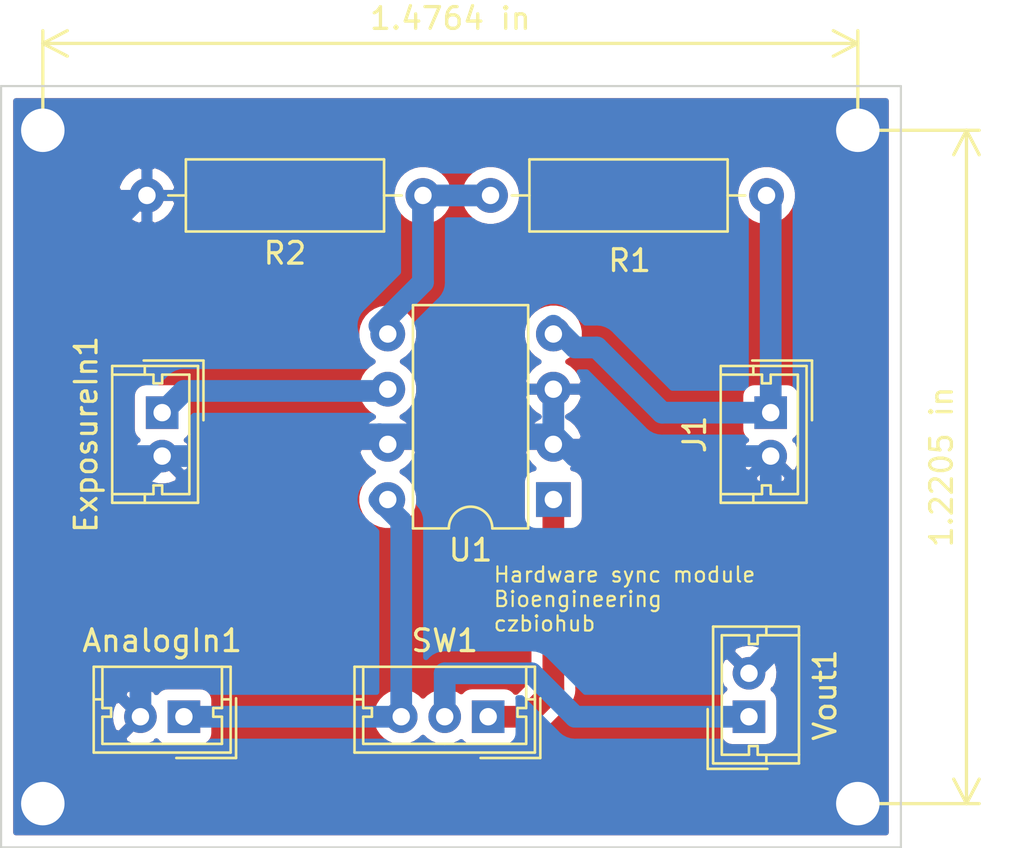
<source format=kicad_pcb>
(kicad_pcb (version 20171130) (host pcbnew "(5.1.5-0)")

  (general
    (thickness 1.6)
    (drawings 7)
    (tracks 47)
    (zones 0)
    (modules 8)
    (nets 8)
  )

  (page A4)
  (layers
    (0 F.Cu signal)
    (31 B.Cu signal)
    (32 B.Adhes user)
    (33 F.Adhes user)
    (34 B.Paste user)
    (35 F.Paste user)
    (36 B.SilkS user)
    (37 F.SilkS user)
    (38 B.Mask user)
    (39 F.Mask user)
    (40 Dwgs.User user)
    (41 Cmts.User user)
    (42 Eco1.User user)
    (43 Eco2.User user)
    (44 Edge.Cuts user)
    (45 Margin user)
    (46 B.CrtYd user)
    (47 F.CrtYd user)
    (48 B.Fab user)
    (49 F.Fab user)
  )

  (setup
    (last_trace_width 1)
    (trace_clearance 0.2)
    (zone_clearance 0.508)
    (zone_45_only no)
    (trace_min 0.2)
    (via_size 0.6)
    (via_drill 0.4)
    (via_min_size 0.4)
    (via_min_drill 0.3)
    (user_via 2.2 2)
    (uvia_size 0.3)
    (uvia_drill 0.1)
    (uvias_allowed no)
    (uvia_min_size 0.2)
    (uvia_min_drill 0.1)
    (edge_width 0.1)
    (segment_width 0.2)
    (pcb_text_width 0.3)
    (pcb_text_size 1.5 1.5)
    (mod_edge_width 0.15)
    (mod_text_size 1 1)
    (mod_text_width 0.15)
    (pad_size 1.5 1.5)
    (pad_drill 0.6)
    (pad_to_mask_clearance 0)
    (aux_axis_origin 0 0)
    (visible_elements 7FFFFFFF)
    (pcbplotparams
      (layerselection 0x00030_ffffffff)
      (usegerberextensions false)
      (usegerberattributes false)
      (usegerberadvancedattributes false)
      (creategerberjobfile false)
      (excludeedgelayer true)
      (linewidth 0.100000)
      (plotframeref false)
      (viasonmask false)
      (mode 1)
      (useauxorigin false)
      (hpglpennumber 1)
      (hpglpenspeed 20)
      (hpglpendiameter 15.000000)
      (psnegative false)
      (psa4output false)
      (plotreference true)
      (plotvalue true)
      (plotinvisibletext false)
      (padsonsilk false)
      (subtractmaskfromsilk false)
      (outputformat 4)
      (mirror false)
      (drillshape 0)
      (scaleselection 1)
      (outputdirectory ""))
  )

  (net 0 "")
  (net 1 GND)
  (net 2 +12V)
  (net 3 /AIN)
  (net 4 /EXP_IN)
  (net 5 "Net-(R1-Pad1)")
  (net 6 /SWOUT)
  (net 7 /VOUT)

  (net_class Default "This is the default net class."
    (clearance 0.2)
    (trace_width 1)
    (via_dia 0.6)
    (via_drill 0.4)
    (uvia_dia 0.3)
    (uvia_drill 0.1)
    (add_net +12V)
    (add_net /AIN)
    (add_net /EXP_IN)
    (add_net /SWOUT)
    (add_net /VOUT)
    (add_net GND)
    (add_net "Net-(R1-Pad1)")
  )

  (module Connectors_Molex:Molex_MicroLatch-53253-0270_02x2.00mm_Straight (layer F.Cu) (tedit 58A28589) (tstamp 5C5C5EED)
    (at 140.492 122 180)
    (descr "Molex Micro-Latch connector, PN:53253-0270, top entry type, through hole")
    (tags "conn molex micro latch")
    (path /5C194967)
    (fp_text reference AnalogIn1 (at 1 3.5 180) (layer F.SilkS)
      (effects (font (size 1 1) (thickness 0.15)))
    )
    (fp_text value Conn_Coaxial (at -0.508 -3 180) (layer F.Fab)
      (effects (font (size 1 1) (thickness 0.15)))
    )
    (fp_line (start -2 -1.5) (end -2 2.15) (layer F.Fab) (width 0.1))
    (fp_line (start -2 2.15) (end 4 2.15) (layer F.Fab) (width 0.1))
    (fp_line (start 4 2.15) (end 4 -1.5) (layer F.Fab) (width 0.1))
    (fp_line (start 4 -1.5) (end -2 -1.5) (layer F.Fab) (width 0.1))
    (fp_line (start -2.6 -2.1) (end -2.6 2.75) (layer F.CrtYd) (width 0.05))
    (fp_line (start -2.6 2.75) (end 4.65 2.75) (layer F.CrtYd) (width 0.05))
    (fp_line (start 4.65 2.75) (end 4.65 -2.1) (layer F.CrtYd) (width 0.05))
    (fp_line (start 4.65 -2.1) (end -2.6 -2.1) (layer F.CrtYd) (width 0.05))
    (fp_line (start -2.15 -1.65) (end -2.15 2.3) (layer F.SilkS) (width 0.12))
    (fp_line (start -2.15 2.3) (end 4.15 2.3) (layer F.SilkS) (width 0.12))
    (fp_line (start 4.15 2.3) (end 4.15 -1.65) (layer F.SilkS) (width 0.12))
    (fp_line (start 4.15 -1.65) (end -2.15 -1.65) (layer F.SilkS) (width 0.12))
    (fp_line (start 0.35 -1.9) (end -2.4 -1.9) (layer F.SilkS) (width 0.12))
    (fp_line (start -2.4 -1.9) (end -2.4 0.85) (layer F.SilkS) (width 0.12))
    (fp_line (start 0.35 -1.9) (end -2.4 -1.9) (layer F.Fab) (width 0.1))
    (fp_line (start -2.4 -1.9) (end -2.4 0.85) (layer F.Fab) (width 0.1))
    (fp_line (start -2.15 0.8) (end -1.75 0.8) (layer F.SilkS) (width 0.12))
    (fp_line (start 4.15 0.8) (end 3.75 0.8) (layer F.SilkS) (width 0.12))
    (fp_line (start 1 -1.25) (end -1.75 -1.25) (layer F.SilkS) (width 0.12))
    (fp_line (start -1.75 -1.25) (end -1.75 0) (layer F.SilkS) (width 0.12))
    (fp_line (start -1.75 0) (end -1.35 0) (layer F.SilkS) (width 0.12))
    (fp_line (start -1.35 0) (end -1.35 0.4) (layer F.SilkS) (width 0.12))
    (fp_line (start -1.35 0.4) (end -1.75 0.4) (layer F.SilkS) (width 0.12))
    (fp_line (start -1.75 0.4) (end -1.75 2.3) (layer F.SilkS) (width 0.12))
    (fp_line (start 1 -1.25) (end 3.75 -1.25) (layer F.SilkS) (width 0.12))
    (fp_line (start 3.75 -1.25) (end 3.75 0) (layer F.SilkS) (width 0.12))
    (fp_line (start 3.75 0) (end 3.35 0) (layer F.SilkS) (width 0.12))
    (fp_line (start 3.35 0) (end 3.35 0.4) (layer F.SilkS) (width 0.12))
    (fp_line (start 3.35 0.4) (end 3.75 0.4) (layer F.SilkS) (width 0.12))
    (fp_line (start 3.75 0.4) (end 3.75 2.3) (layer F.SilkS) (width 0.12))
    (fp_text user %R (at 1 1.5 180) (layer F.Fab)
      (effects (font (size 1 1) (thickness 0.15)))
    )
    (pad 1 thru_hole rect (at 0 0 180) (size 1.5 1.5) (drill 0.8) (layers *.Cu *.Mask)
      (net 3 /AIN))
    (pad 2 thru_hole circle (at 2 0 180) (size 1.5 1.5) (drill 0.8) (layers *.Cu *.Mask)
      (net 1 GND))
    (model ${KISYS3DMOD}/Connectors_Molex.3dshapes/Molex_MicroLatch-53253-0270_02x2.00mm_Straight.wrl
      (at (xyz 0 0 0))
      (scale (xyz 1 1 1))
      (rotate (xyz 0 0 0))
    )
  )

  (module Connectors_Molex:Molex_MicroLatch-53253-0270_02x2.00mm_Straight (layer F.Cu) (tedit 58A28589) (tstamp 5C5C5F12)
    (at 139.492 108 270)
    (descr "Molex Micro-Latch connector, PN:53253-0270, top entry type, through hole")
    (tags "conn molex micro latch")
    (path /5C194811)
    (fp_text reference ExposureIn1 (at 1 3.5 270) (layer F.SilkS)
      (effects (font (size 1 1) (thickness 0.15)))
    )
    (fp_text value Conn_Coaxial (at 1 -3 270) (layer F.Fab)
      (effects (font (size 1 1) (thickness 0.15)))
    )
    (fp_line (start -2 -1.5) (end -2 2.15) (layer F.Fab) (width 0.1))
    (fp_line (start -2 2.15) (end 4 2.15) (layer F.Fab) (width 0.1))
    (fp_line (start 4 2.15) (end 4 -1.5) (layer F.Fab) (width 0.1))
    (fp_line (start 4 -1.5) (end -2 -1.5) (layer F.Fab) (width 0.1))
    (fp_line (start -2.6 -2.1) (end -2.6 2.75) (layer F.CrtYd) (width 0.05))
    (fp_line (start -2.6 2.75) (end 4.65 2.75) (layer F.CrtYd) (width 0.05))
    (fp_line (start 4.65 2.75) (end 4.65 -2.1) (layer F.CrtYd) (width 0.05))
    (fp_line (start 4.65 -2.1) (end -2.6 -2.1) (layer F.CrtYd) (width 0.05))
    (fp_line (start -2.15 -1.65) (end -2.15 2.3) (layer F.SilkS) (width 0.12))
    (fp_line (start -2.15 2.3) (end 4.15 2.3) (layer F.SilkS) (width 0.12))
    (fp_line (start 4.15 2.3) (end 4.15 -1.65) (layer F.SilkS) (width 0.12))
    (fp_line (start 4.15 -1.65) (end -2.15 -1.65) (layer F.SilkS) (width 0.12))
    (fp_line (start 0.35 -1.9) (end -2.4 -1.9) (layer F.SilkS) (width 0.12))
    (fp_line (start -2.4 -1.9) (end -2.4 0.85) (layer F.SilkS) (width 0.12))
    (fp_line (start 0.35 -1.9) (end -2.4 -1.9) (layer F.Fab) (width 0.1))
    (fp_line (start -2.4 -1.9) (end -2.4 0.85) (layer F.Fab) (width 0.1))
    (fp_line (start -2.15 0.8) (end -1.75 0.8) (layer F.SilkS) (width 0.12))
    (fp_line (start 4.15 0.8) (end 3.75 0.8) (layer F.SilkS) (width 0.12))
    (fp_line (start 1 -1.25) (end -1.75 -1.25) (layer F.SilkS) (width 0.12))
    (fp_line (start -1.75 -1.25) (end -1.75 0) (layer F.SilkS) (width 0.12))
    (fp_line (start -1.75 0) (end -1.35 0) (layer F.SilkS) (width 0.12))
    (fp_line (start -1.35 0) (end -1.35 0.4) (layer F.SilkS) (width 0.12))
    (fp_line (start -1.35 0.4) (end -1.75 0.4) (layer F.SilkS) (width 0.12))
    (fp_line (start -1.75 0.4) (end -1.75 2.3) (layer F.SilkS) (width 0.12))
    (fp_line (start 1 -1.25) (end 3.75 -1.25) (layer F.SilkS) (width 0.12))
    (fp_line (start 3.75 -1.25) (end 3.75 0) (layer F.SilkS) (width 0.12))
    (fp_line (start 3.75 0) (end 3.35 0) (layer F.SilkS) (width 0.12))
    (fp_line (start 3.35 0) (end 3.35 0.4) (layer F.SilkS) (width 0.12))
    (fp_line (start 3.35 0.4) (end 3.75 0.4) (layer F.SilkS) (width 0.12))
    (fp_line (start 3.75 0.4) (end 3.75 2.3) (layer F.SilkS) (width 0.12))
    (fp_text user %R (at 1 1.5 270) (layer F.Fab)
      (effects (font (size 1 1) (thickness 0.15)))
    )
    (pad 1 thru_hole rect (at 0 0 270) (size 1.5 1.5) (drill 0.8) (layers *.Cu *.Mask)
      (net 4 /EXP_IN))
    (pad 2 thru_hole circle (at 2 0 270) (size 1.5 1.5) (drill 0.8) (layers *.Cu *.Mask)
      (net 1 GND))
    (model ${KISYS3DMOD}/Connectors_Molex.3dshapes/Molex_MicroLatch-53253-0270_02x2.00mm_Straight.wrl
      (at (xyz 0 0 0))
      (scale (xyz 1 1 1))
      (rotate (xyz 0 0 0))
    )
  )

  (module Connectors_Molex:Molex_MicroLatch-53253-0270_02x2.00mm_Straight (layer F.Cu) (tedit 58A28589) (tstamp 5C5C5F37)
    (at 167.492 108 270)
    (descr "Molex Micro-Latch connector, PN:53253-0270, top entry type, through hole")
    (tags "conn molex micro latch")
    (path /5C48C23C)
    (fp_text reference J1 (at 1 3.5 270) (layer F.SilkS)
      (effects (font (size 1 1) (thickness 0.15)))
    )
    (fp_text value Conn_01x02 (at 1 -3 270) (layer F.Fab)
      (effects (font (size 1 1) (thickness 0.15)))
    )
    (fp_line (start -2 -1.5) (end -2 2.15) (layer F.Fab) (width 0.1))
    (fp_line (start -2 2.15) (end 4 2.15) (layer F.Fab) (width 0.1))
    (fp_line (start 4 2.15) (end 4 -1.5) (layer F.Fab) (width 0.1))
    (fp_line (start 4 -1.5) (end -2 -1.5) (layer F.Fab) (width 0.1))
    (fp_line (start -2.6 -2.1) (end -2.6 2.75) (layer F.CrtYd) (width 0.05))
    (fp_line (start -2.6 2.75) (end 4.65 2.75) (layer F.CrtYd) (width 0.05))
    (fp_line (start 4.65 2.75) (end 4.65 -2.1) (layer F.CrtYd) (width 0.05))
    (fp_line (start 4.65 -2.1) (end -2.6 -2.1) (layer F.CrtYd) (width 0.05))
    (fp_line (start -2.15 -1.65) (end -2.15 2.3) (layer F.SilkS) (width 0.12))
    (fp_line (start -2.15 2.3) (end 4.15 2.3) (layer F.SilkS) (width 0.12))
    (fp_line (start 4.15 2.3) (end 4.15 -1.65) (layer F.SilkS) (width 0.12))
    (fp_line (start 4.15 -1.65) (end -2.15 -1.65) (layer F.SilkS) (width 0.12))
    (fp_line (start 0.35 -1.9) (end -2.4 -1.9) (layer F.SilkS) (width 0.12))
    (fp_line (start -2.4 -1.9) (end -2.4 0.85) (layer F.SilkS) (width 0.12))
    (fp_line (start 0.35 -1.9) (end -2.4 -1.9) (layer F.Fab) (width 0.1))
    (fp_line (start -2.4 -1.9) (end -2.4 0.85) (layer F.Fab) (width 0.1))
    (fp_line (start -2.15 0.8) (end -1.75 0.8) (layer F.SilkS) (width 0.12))
    (fp_line (start 4.15 0.8) (end 3.75 0.8) (layer F.SilkS) (width 0.12))
    (fp_line (start 1 -1.25) (end -1.75 -1.25) (layer F.SilkS) (width 0.12))
    (fp_line (start -1.75 -1.25) (end -1.75 0) (layer F.SilkS) (width 0.12))
    (fp_line (start -1.75 0) (end -1.35 0) (layer F.SilkS) (width 0.12))
    (fp_line (start -1.35 0) (end -1.35 0.4) (layer F.SilkS) (width 0.12))
    (fp_line (start -1.35 0.4) (end -1.75 0.4) (layer F.SilkS) (width 0.12))
    (fp_line (start -1.75 0.4) (end -1.75 2.3) (layer F.SilkS) (width 0.12))
    (fp_line (start 1 -1.25) (end 3.75 -1.25) (layer F.SilkS) (width 0.12))
    (fp_line (start 3.75 -1.25) (end 3.75 0) (layer F.SilkS) (width 0.12))
    (fp_line (start 3.75 0) (end 3.35 0) (layer F.SilkS) (width 0.12))
    (fp_line (start 3.35 0) (end 3.35 0.4) (layer F.SilkS) (width 0.12))
    (fp_line (start 3.35 0.4) (end 3.75 0.4) (layer F.SilkS) (width 0.12))
    (fp_line (start 3.75 0.4) (end 3.75 2.3) (layer F.SilkS) (width 0.12))
    (fp_text user %R (at 1 1.5 270) (layer F.Fab)
      (effects (font (size 1 1) (thickness 0.15)))
    )
    (pad 1 thru_hole rect (at 0 0 270) (size 1.5 1.5) (drill 0.8) (layers *.Cu *.Mask)
      (net 2 +12V))
    (pad 2 thru_hole circle (at 2 0 270) (size 1.5 1.5) (drill 0.8) (layers *.Cu *.Mask)
      (net 1 GND))
    (model ${KISYS3DMOD}/Connectors_Molex.3dshapes/Molex_MicroLatch-53253-0270_02x2.00mm_Straight.wrl
      (at (xyz 0 0 0))
      (scale (xyz 1 1 1))
      (rotate (xyz 0 0 0))
    )
  )

  (module Resistors_THT:R_Axial_DIN0309_L9.0mm_D3.2mm_P12.70mm_Horizontal (layer F.Cu) (tedit 5874F706) (tstamp 5F571958)
    (at 154.6 98)
    (descr "Resistor, Axial_DIN0309 series, Axial, Horizontal, pin pitch=12.7mm, 0.5W = 1/2W, length*diameter=9*3.2mm^2, http://cdn-reichelt.de/documents/datenblatt/B400/1_4W%23YAG.pdf")
    (tags "Resistor Axial_DIN0309 series Axial Horizontal pin pitch 12.7mm 0.5W = 1/2W length 9mm diameter 3.2mm")
    (path /5C194E83)
    (fp_text reference R1 (at 6.4 3 180) (layer F.SilkS)
      (effects (font (size 1 1) (thickness 0.15)))
    )
    (fp_text value 2.8k (at 6.5 -2.8 180) (layer F.Fab)
      (effects (font (size 1 1) (thickness 0.15)))
    )
    (fp_line (start 1.85 -1.6) (end 1.85 1.6) (layer F.Fab) (width 0.1))
    (fp_line (start 1.85 1.6) (end 10.85 1.6) (layer F.Fab) (width 0.1))
    (fp_line (start 10.85 1.6) (end 10.85 -1.6) (layer F.Fab) (width 0.1))
    (fp_line (start 10.85 -1.6) (end 1.85 -1.6) (layer F.Fab) (width 0.1))
    (fp_line (start 0 0) (end 1.85 0) (layer F.Fab) (width 0.1))
    (fp_line (start 12.7 0) (end 10.85 0) (layer F.Fab) (width 0.1))
    (fp_line (start 1.79 -1.66) (end 1.79 1.66) (layer F.SilkS) (width 0.12))
    (fp_line (start 1.79 1.66) (end 10.91 1.66) (layer F.SilkS) (width 0.12))
    (fp_line (start 10.91 1.66) (end 10.91 -1.66) (layer F.SilkS) (width 0.12))
    (fp_line (start 10.91 -1.66) (end 1.79 -1.66) (layer F.SilkS) (width 0.12))
    (fp_line (start 0.98 0) (end 1.79 0) (layer F.SilkS) (width 0.12))
    (fp_line (start 11.72 0) (end 10.91 0) (layer F.SilkS) (width 0.12))
    (fp_line (start -1.05 -1.95) (end -1.05 1.95) (layer F.CrtYd) (width 0.05))
    (fp_line (start -1.05 1.95) (end 13.75 1.95) (layer F.CrtYd) (width 0.05))
    (fp_line (start 13.75 1.95) (end 13.75 -1.95) (layer F.CrtYd) (width 0.05))
    (fp_line (start 13.75 -1.95) (end -1.05 -1.95) (layer F.CrtYd) (width 0.05))
    (pad 1 thru_hole circle (at 0 0) (size 1.6 1.6) (drill 0.8) (layers *.Cu *.Mask)
      (net 5 "Net-(R1-Pad1)"))
    (pad 2 thru_hole oval (at 12.7 0) (size 1.6 1.6) (drill 0.8) (layers *.Cu *.Mask)
      (net 2 +12V))
    (model ${KISYS3DMOD}/Resistors_THT.3dshapes/R_Axial_DIN0309_L9.0mm_D3.2mm_P12.70mm_Horizontal.wrl
      (at (xyz 0 0 0))
      (scale (xyz 0.393701 0.393701 0.393701))
      (rotate (xyz 0 0 0))
    )
  )

  (module Resistors_THT:R_Axial_DIN0309_L9.0mm_D3.2mm_P12.70mm_Horizontal (layer F.Cu) (tedit 5874F706) (tstamp 5C5C5F63)
    (at 151.492 98 180)
    (descr "Resistor, Axial_DIN0309 series, Axial, Horizontal, pin pitch=12.7mm, 0.5W = 1/2W, length*diameter=9*3.2mm^2, http://cdn-reichelt.de/documents/datenblatt/B400/1_4W%23YAG.pdf")
    (tags "Resistor Axial_DIN0309 series Axial Horizontal pin pitch 12.7mm 0.5W = 1/2W length 9mm diameter 3.2mm")
    (path /5C194F56)
    (fp_text reference R2 (at 6.35 -2.66 180) (layer F.SilkS)
      (effects (font (size 1 1) (thickness 0.15)))
    )
    (fp_text value 2k (at 6.35 2.66 180) (layer F.Fab)
      (effects (font (size 1 1) (thickness 0.15)))
    )
    (fp_line (start 1.85 -1.6) (end 1.85 1.6) (layer F.Fab) (width 0.1))
    (fp_line (start 1.85 1.6) (end 10.85 1.6) (layer F.Fab) (width 0.1))
    (fp_line (start 10.85 1.6) (end 10.85 -1.6) (layer F.Fab) (width 0.1))
    (fp_line (start 10.85 -1.6) (end 1.85 -1.6) (layer F.Fab) (width 0.1))
    (fp_line (start 0 0) (end 1.85 0) (layer F.Fab) (width 0.1))
    (fp_line (start 12.7 0) (end 10.85 0) (layer F.Fab) (width 0.1))
    (fp_line (start 1.79 -1.66) (end 1.79 1.66) (layer F.SilkS) (width 0.12))
    (fp_line (start 1.79 1.66) (end 10.91 1.66) (layer F.SilkS) (width 0.12))
    (fp_line (start 10.91 1.66) (end 10.91 -1.66) (layer F.SilkS) (width 0.12))
    (fp_line (start 10.91 -1.66) (end 1.79 -1.66) (layer F.SilkS) (width 0.12))
    (fp_line (start 0.98 0) (end 1.79 0) (layer F.SilkS) (width 0.12))
    (fp_line (start 11.72 0) (end 10.91 0) (layer F.SilkS) (width 0.12))
    (fp_line (start -1.05 -1.95) (end -1.05 1.95) (layer F.CrtYd) (width 0.05))
    (fp_line (start -1.05 1.95) (end 13.75 1.95) (layer F.CrtYd) (width 0.05))
    (fp_line (start 13.75 1.95) (end 13.75 -1.95) (layer F.CrtYd) (width 0.05))
    (fp_line (start 13.75 -1.95) (end -1.05 -1.95) (layer F.CrtYd) (width 0.05))
    (pad 1 thru_hole circle (at 0 0 180) (size 1.6 1.6) (drill 0.8) (layers *.Cu *.Mask)
      (net 5 "Net-(R1-Pad1)"))
    (pad 2 thru_hole oval (at 12.7 0 180) (size 1.6 1.6) (drill 0.8) (layers *.Cu *.Mask)
      (net 1 GND))
    (model ${KISYS3DMOD}/Resistors_THT.3dshapes/R_Axial_DIN0309_L9.0mm_D3.2mm_P12.70mm_Horizontal.wrl
      (at (xyz 0 0 0))
      (scale (xyz 0.393701 0.393701 0.393701))
      (rotate (xyz 0 0 0))
    )
  )

  (module Connectors_Molex:Molex_MicroLatch-53253-0370_03x2.00mm_Straight (layer F.Cu) (tedit 58A28589) (tstamp 5C5C5F89)
    (at 154.492 122 180)
    (descr "Molex Micro-Latch connector, PN:53253-0370, top entry type, through hole")
    (tags "conn molex micro latch")
    (path /5C19477D)
    (fp_text reference SW1 (at 2 3.5 180) (layer F.SilkS)
      (effects (font (size 1 1) (thickness 0.15)))
    )
    (fp_text value SW_SPDT (at 1.992 -3.5 180) (layer F.Fab)
      (effects (font (size 1 1) (thickness 0.15)))
    )
    (fp_line (start -2 -1.5) (end -2 2.15) (layer F.Fab) (width 0.1))
    (fp_line (start -2 2.15) (end 6 2.15) (layer F.Fab) (width 0.1))
    (fp_line (start 6 2.15) (end 6 -1.5) (layer F.Fab) (width 0.1))
    (fp_line (start 6 -1.5) (end -2 -1.5) (layer F.Fab) (width 0.1))
    (fp_line (start -2.6 -2.1) (end -2.6 2.75) (layer F.CrtYd) (width 0.05))
    (fp_line (start -2.6 2.75) (end 6.65 2.75) (layer F.CrtYd) (width 0.05))
    (fp_line (start 6.65 2.75) (end 6.65 -2.1) (layer F.CrtYd) (width 0.05))
    (fp_line (start 6.65 -2.1) (end -2.6 -2.1) (layer F.CrtYd) (width 0.05))
    (fp_line (start -2.15 -1.65) (end -2.15 2.3) (layer F.SilkS) (width 0.12))
    (fp_line (start -2.15 2.3) (end 6.15 2.3) (layer F.SilkS) (width 0.12))
    (fp_line (start 6.15 2.3) (end 6.15 -1.65) (layer F.SilkS) (width 0.12))
    (fp_line (start 6.15 -1.65) (end -2.15 -1.65) (layer F.SilkS) (width 0.12))
    (fp_line (start 0.35 -1.9) (end -2.4 -1.9) (layer F.SilkS) (width 0.12))
    (fp_line (start -2.4 -1.9) (end -2.4 0.85) (layer F.SilkS) (width 0.12))
    (fp_line (start 0.35 -1.9) (end -2.4 -1.9) (layer F.Fab) (width 0.1))
    (fp_line (start -2.4 -1.9) (end -2.4 0.85) (layer F.Fab) (width 0.1))
    (fp_line (start -2.15 0.8) (end -1.75 0.8) (layer F.SilkS) (width 0.12))
    (fp_line (start 6.15 0.8) (end 5.75 0.8) (layer F.SilkS) (width 0.12))
    (fp_line (start 2 -1.25) (end -1.75 -1.25) (layer F.SilkS) (width 0.12))
    (fp_line (start -1.75 -1.25) (end -1.75 0) (layer F.SilkS) (width 0.12))
    (fp_line (start -1.75 0) (end -1.35 0) (layer F.SilkS) (width 0.12))
    (fp_line (start -1.35 0) (end -1.35 0.4) (layer F.SilkS) (width 0.12))
    (fp_line (start -1.35 0.4) (end -1.75 0.4) (layer F.SilkS) (width 0.12))
    (fp_line (start -1.75 0.4) (end -1.75 2.3) (layer F.SilkS) (width 0.12))
    (fp_line (start 2 -1.25) (end 5.75 -1.25) (layer F.SilkS) (width 0.12))
    (fp_line (start 5.75 -1.25) (end 5.75 0) (layer F.SilkS) (width 0.12))
    (fp_line (start 5.75 0) (end 5.35 0) (layer F.SilkS) (width 0.12))
    (fp_line (start 5.35 0) (end 5.35 0.4) (layer F.SilkS) (width 0.12))
    (fp_line (start 5.35 0.4) (end 5.75 0.4) (layer F.SilkS) (width 0.12))
    (fp_line (start 5.75 0.4) (end 5.75 2.3) (layer F.SilkS) (width 0.12))
    (fp_text user %R (at 2 1.5 180) (layer F.Fab)
      (effects (font (size 1 1) (thickness 0.15)))
    )
    (pad 1 thru_hole rect (at 0 0 180) (size 1.5 1.5) (drill 0.8) (layers *.Cu *.Mask)
      (net 6 /SWOUT))
    (pad 2 thru_hole circle (at 2 0 180) (size 1.5 1.5) (drill 0.8) (layers *.Cu *.Mask)
      (net 7 /VOUT))
    (pad 3 thru_hole circle (at 4 0 180) (size 1.5 1.5) (drill 0.8) (layers *.Cu *.Mask)
      (net 3 /AIN))
    (model ${KISYS3DMOD}/Connectors_Molex.3dshapes/Molex_MicroLatch-53253-0370_03x2.00mm_Straight.wrl
      (at (xyz 0 0 0))
      (scale (xyz 1 1 1))
      (rotate (xyz 0 0 0))
    )
  )

  (module Housings_DIP:DIP-8_W7.62mm (layer F.Cu) (tedit 59C78D6B) (tstamp 5C5C5FA5)
    (at 157.492 112 180)
    (descr "8-lead though-hole mounted DIP package, row spacing 7.62 mm (300 mils)")
    (tags "THT DIP DIL PDIP 2.54mm 7.62mm 300mil")
    (path /5C194554)
    (fp_text reference U1 (at 3.81 -2.33 180) (layer F.SilkS)
      (effects (font (size 1 1) (thickness 0.15)))
    )
    (fp_text value DG419 (at 2.492 10 180) (layer F.Fab)
      (effects (font (size 1 1) (thickness 0.15)))
    )
    (fp_arc (start 3.81 -1.33) (end 2.81 -1.33) (angle -180) (layer F.SilkS) (width 0.12))
    (fp_line (start 1.635 -1.27) (end 6.985 -1.27) (layer F.Fab) (width 0.1))
    (fp_line (start 6.985 -1.27) (end 6.985 8.89) (layer F.Fab) (width 0.1))
    (fp_line (start 6.985 8.89) (end 0.635 8.89) (layer F.Fab) (width 0.1))
    (fp_line (start 0.635 8.89) (end 0.635 -0.27) (layer F.Fab) (width 0.1))
    (fp_line (start 0.635 -0.27) (end 1.635 -1.27) (layer F.Fab) (width 0.1))
    (fp_line (start 2.81 -1.33) (end 1.16 -1.33) (layer F.SilkS) (width 0.12))
    (fp_line (start 1.16 -1.33) (end 1.16 8.95) (layer F.SilkS) (width 0.12))
    (fp_line (start 1.16 8.95) (end 6.46 8.95) (layer F.SilkS) (width 0.12))
    (fp_line (start 6.46 8.95) (end 6.46 -1.33) (layer F.SilkS) (width 0.12))
    (fp_line (start 6.46 -1.33) (end 4.81 -1.33) (layer F.SilkS) (width 0.12))
    (fp_line (start -1.1 -1.55) (end -1.1 9.15) (layer F.CrtYd) (width 0.05))
    (fp_line (start -1.1 9.15) (end 8.7 9.15) (layer F.CrtYd) (width 0.05))
    (fp_line (start 8.7 9.15) (end 8.7 -1.55) (layer F.CrtYd) (width 0.05))
    (fp_line (start 8.7 -1.55) (end -1.1 -1.55) (layer F.CrtYd) (width 0.05))
    (fp_text user %R (at 3.81 3.81 180) (layer F.Fab)
      (effects (font (size 1 1) (thickness 0.15)))
    )
    (pad 1 thru_hole rect (at 0 0 180) (size 1.6 1.6) (drill 0.8) (layers *.Cu *.Mask)
      (net 6 /SWOUT))
    (pad 5 thru_hole oval (at 7.62 7.62 180) (size 1.6 1.6) (drill 0.8) (layers *.Cu *.Mask)
      (net 5 "Net-(R1-Pad1)"))
    (pad 2 thru_hole oval (at 0 2.54 180) (size 1.6 1.6) (drill 0.8) (layers *.Cu *.Mask)
      (net 1 GND))
    (pad 6 thru_hole oval (at 7.62 5.08 180) (size 1.6 1.6) (drill 0.8) (layers *.Cu *.Mask)
      (net 4 /EXP_IN))
    (pad 3 thru_hole oval (at 0 5.08 180) (size 1.6 1.6) (drill 0.8) (layers *.Cu *.Mask)
      (net 1 GND))
    (pad 7 thru_hole oval (at 7.62 2.54 180) (size 1.6 1.6) (drill 0.8) (layers *.Cu *.Mask)
      (net 1 GND))
    (pad 4 thru_hole oval (at 0 7.62 180) (size 1.6 1.6) (drill 0.8) (layers *.Cu *.Mask)
      (net 2 +12V))
    (pad 8 thru_hole oval (at 7.62 0 180) (size 1.6 1.6) (drill 0.8) (layers *.Cu *.Mask)
      (net 3 /AIN))
    (model ${KISYS3DMOD}/Housings_DIP.3dshapes/DIP-8_W7.62mm.wrl
      (at (xyz 0 0 0))
      (scale (xyz 1 1 1))
      (rotate (xyz 0 0 0))
    )
  )

  (module Connectors_Molex:Molex_MicroLatch-53253-0270_02x2.00mm_Straight (layer F.Cu) (tedit 58A28589) (tstamp 5C5C5FCA)
    (at 166.492 122 90)
    (descr "Molex Micro-Latch connector, PN:53253-0270, top entry type, through hole")
    (tags "conn molex micro latch")
    (path /5C194862)
    (fp_text reference Vout1 (at 1 3.5 90) (layer F.SilkS)
      (effects (font (size 1 1) (thickness 0.15)))
    )
    (fp_text value Conn_Coaxial (at -3.476 -1.992 180) (layer F.Fab)
      (effects (font (size 1 1) (thickness 0.15)))
    )
    (fp_line (start -2 -1.5) (end -2 2.15) (layer F.Fab) (width 0.1))
    (fp_line (start -2 2.15) (end 4 2.15) (layer F.Fab) (width 0.1))
    (fp_line (start 4 2.15) (end 4 -1.5) (layer F.Fab) (width 0.1))
    (fp_line (start 4 -1.5) (end -2 -1.5) (layer F.Fab) (width 0.1))
    (fp_line (start -2.6 -2.1) (end -2.6 2.75) (layer F.CrtYd) (width 0.05))
    (fp_line (start -2.6 2.75) (end 4.65 2.75) (layer F.CrtYd) (width 0.05))
    (fp_line (start 4.65 2.75) (end 4.65 -2.1) (layer F.CrtYd) (width 0.05))
    (fp_line (start 4.65 -2.1) (end -2.6 -2.1) (layer F.CrtYd) (width 0.05))
    (fp_line (start -2.15 -1.65) (end -2.15 2.3) (layer F.SilkS) (width 0.12))
    (fp_line (start -2.15 2.3) (end 4.15 2.3) (layer F.SilkS) (width 0.12))
    (fp_line (start 4.15 2.3) (end 4.15 -1.65) (layer F.SilkS) (width 0.12))
    (fp_line (start 4.15 -1.65) (end -2.15 -1.65) (layer F.SilkS) (width 0.12))
    (fp_line (start 0.35 -1.9) (end -2.4 -1.9) (layer F.SilkS) (width 0.12))
    (fp_line (start -2.4 -1.9) (end -2.4 0.85) (layer F.SilkS) (width 0.12))
    (fp_line (start 0.35 -1.9) (end -2.4 -1.9) (layer F.Fab) (width 0.1))
    (fp_line (start -2.4 -1.9) (end -2.4 0.85) (layer F.Fab) (width 0.1))
    (fp_line (start -2.15 0.8) (end -1.75 0.8) (layer F.SilkS) (width 0.12))
    (fp_line (start 4.15 0.8) (end 3.75 0.8) (layer F.SilkS) (width 0.12))
    (fp_line (start 1 -1.25) (end -1.75 -1.25) (layer F.SilkS) (width 0.12))
    (fp_line (start -1.75 -1.25) (end -1.75 0) (layer F.SilkS) (width 0.12))
    (fp_line (start -1.75 0) (end -1.35 0) (layer F.SilkS) (width 0.12))
    (fp_line (start -1.35 0) (end -1.35 0.4) (layer F.SilkS) (width 0.12))
    (fp_line (start -1.35 0.4) (end -1.75 0.4) (layer F.SilkS) (width 0.12))
    (fp_line (start -1.75 0.4) (end -1.75 2.3) (layer F.SilkS) (width 0.12))
    (fp_line (start 1 -1.25) (end 3.75 -1.25) (layer F.SilkS) (width 0.12))
    (fp_line (start 3.75 -1.25) (end 3.75 0) (layer F.SilkS) (width 0.12))
    (fp_line (start 3.75 0) (end 3.35 0) (layer F.SilkS) (width 0.12))
    (fp_line (start 3.35 0) (end 3.35 0.4) (layer F.SilkS) (width 0.12))
    (fp_line (start 3.35 0.4) (end 3.75 0.4) (layer F.SilkS) (width 0.12))
    (fp_line (start 3.75 0.4) (end 3.75 2.3) (layer F.SilkS) (width 0.12))
    (fp_text user %R (at 1 1.5 90) (layer F.Fab)
      (effects (font (size 1 1) (thickness 0.15)))
    )
    (pad 1 thru_hole rect (at 0 0 90) (size 1.5 1.5) (drill 0.8) (layers *.Cu *.Mask)
      (net 7 /VOUT))
    (pad 2 thru_hole circle (at 2 0 90) (size 1.5 1.5) (drill 0.8) (layers *.Cu *.Mask)
      (net 1 GND))
    (model ${KISYS3DMOD}/Connectors_Molex.3dshapes/Molex_MicroLatch-53253-0270_02x2.00mm_Straight.wrl
      (at (xyz 0 0 0))
      (scale (xyz 1 1 1))
      (rotate (xyz 0 0 0))
    )
  )

  (dimension 31 (width 0.15) (layer F.SilkS)
    (gr_text "31.000 mm" (at 177.8 110.5 270) (layer F.SilkS)
      (effects (font (size 1 1) (thickness 0.15)))
    )
    (feature1 (pts (xy 171.5 126) (xy 177.086421 126)))
    (feature2 (pts (xy 171.5 95) (xy 177.086421 95)))
    (crossbar (pts (xy 176.5 95) (xy 176.5 126)))
    (arrow1a (pts (xy 176.5 126) (xy 175.913579 124.873496)))
    (arrow1b (pts (xy 176.5 126) (xy 177.086421 124.873496)))
    (arrow2a (pts (xy 176.5 95) (xy 175.913579 96.126504)))
    (arrow2b (pts (xy 176.5 95) (xy 177.086421 96.126504)))
  )
  (dimension 37.5 (width 0.15) (layer F.SilkS)
    (gr_text "37.500 mm" (at 152.75 89.7) (layer F.SilkS)
      (effects (font (size 1 1) (thickness 0.15)))
    )
    (feature1 (pts (xy 171.5 95) (xy 171.5 90.413579)))
    (feature2 (pts (xy 134 95) (xy 134 90.413579)))
    (crossbar (pts (xy 134 91) (xy 171.5 91)))
    (arrow1a (pts (xy 171.5 91) (xy 170.373496 91.586421)))
    (arrow1b (pts (xy 171.5 91) (xy 170.373496 90.413579)))
    (arrow2a (pts (xy 134 91) (xy 135.126504 91.586421)))
    (arrow2b (pts (xy 134 91) (xy 135.126504 90.413579)))
  )
  (gr_text "Hardware sync module\nBioengineering\nczbiohub" (at 154.686 116.586) (layer F.SilkS) (tstamp 5F570E8C)
    (effects (font (size 0.7 0.7) (thickness 0.1)) (justify left))
  )
  (gr_line (start 132.08 128.016) (end 132.08 92.964) (angle 90) (layer Edge.Cuts) (width 0.1))
  (gr_line (start 132.08 92.964) (end 173.482 92.964) (angle 90) (layer Edge.Cuts) (width 0.1))
  (gr_line (start 173.482 92.964) (end 173.482 128.016) (angle 90) (layer Edge.Cuts) (width 0.1))
  (gr_line (start 173.482 128.016) (end 132.08 128.016) (angle 90) (layer Edge.Cuts) (width 0.1))

  (segment (start 150.492 122) (end 150.492 113) (width 1) (layer B.Cu) (net 3) (status 80000))
  (segment (start 150.492 113) (end 149.492 112) (width 1) (layer B.Cu) (net 3) (status 80000))
  (segment (start 149.492 112) (end 149.872 112) (width 1) (layer B.Cu) (net 3) (tstamp 5C5C6BCA) (status 80000))
  (segment (start 150.492 122) (end 140.492 122) (width 1) (layer B.Cu) (net 3) (status 80000))
  (segment (start 138.492 122) (end 138.492 111) (width 1) (layer B.Cu) (net 1) (status 80000))
  (segment (start 138.492 111) (end 139.492 110) (width 1) (layer B.Cu) (net 1) (status 80000))
  (segment (start 139.492 110) (end 137.492 110) (width 1) (layer B.Cu) (net 1) (status 80000))
  (segment (start 137.492 110) (end 137.492 99) (width 1) (layer B.Cu) (net 1) (status 80000))
  (segment (start 137.492 99) (end 138.492 98) (width 1) (layer B.Cu) (net 1) (status 80000))
  (segment (start 138.492 98) (end 138.792 98) (width 1) (layer B.Cu) (net 1) (tstamp 5C5C6BCD) (status 80000))
  (segment (start 157.492 109.46) (end 157.492 109) (width 1) (layer B.Cu) (net 1) (status 80000))
  (segment (start 157.492 109) (end 158.492 110) (width 1) (layer B.Cu) (net 1) (status 80000))
  (segment (start 158.492 110) (end 167.492 110) (width 1) (layer B.Cu) (net 1) (status 80000))
  (segment (start 139.492 110) (end 141.492 110) (width 1) (layer B.Cu) (net 1) (status 80000))
  (segment (start 141.492 110) (end 142.492 109) (width 1) (layer B.Cu) (net 1) (status 80000))
  (segment (start 142.492 109) (end 149.492 109) (width 1) (layer B.Cu) (net 1) (status 80000))
  (segment (start 149.492 109) (end 149.872 109.46) (width 1) (layer B.Cu) (net 1) (tstamp 5C5C6BCB) (status 80000))
  (segment (start 167.492 110) (end 167.492 119) (width 1) (layer B.Cu) (net 1) (status 80000))
  (segment (start 167.492 119) (end 166.492 120) (width 1) (layer B.Cu) (net 1) (status 80000))
  (segment (start 149.872 109.46) (end 149.492 109) (width 1) (layer B.Cu) (net 1) (status 80000))
  (segment (start 149.492 109) (end 157.492 109) (width 1) (layer B.Cu) (net 1) (status 80000))
  (segment (start 157.492 109) (end 157.492 109.46) (width 1) (layer B.Cu) (net 1) (tstamp 5C5C6BC9) (status 80000))
  (segment (start 157.492 109.46) (end 157.492 106.92) (width 1) (layer B.Cu) (net 1) (status 80000))
  (via (at 134 95) (size 2.2) (drill 2) (layers F.Cu B.Cu) (net 1))
  (via (at 171.5 95) (size 2.2) (drill 2) (layers F.Cu B.Cu) (net 1))
  (via (at 171.5 126) (size 2.2) (drill 2) (layers F.Cu B.Cu) (net 1))
  (via (at 134 126) (size 2.2) (drill 2) (layers F.Cu B.Cu) (net 1))
  (segment (start 149.872 106.92) (end 149.492 107) (width 1) (layer B.Cu) (net 4) (status 80000))
  (segment (start 149.492 107) (end 140.492 107) (width 1) (layer B.Cu) (net 4) (status 80000))
  (segment (start 140.492 107) (end 139.492 108) (width 1) (layer B.Cu) (net 4) (status 80000))
  (segment (start 157.492 104.38) (end 157.492 104) (width 1) (layer B.Cu) (net 2) (status 80000))
  (segment (start 157.492 104) (end 158.492 105) (width 1) (layer B.Cu) (net 2) (status 80000))
  (segment (start 158.492 105) (end 159.492 105) (width 1) (layer B.Cu) (net 2) (status 80000))
  (segment (start 159.492 105) (end 162.492 108) (width 1) (layer B.Cu) (net 2) (status 80000))
  (segment (start 162.492 108) (end 167.492 108) (width 1) (layer B.Cu) (net 2) (status 80000))
  (segment (start 167.492 108) (end 167.492 98) (width 1) (layer B.Cu) (net 2) (status 80000))
  (segment (start 151.492 98) (end 151.492 102) (width 1) (layer B.Cu) (net 5) (status 80000))
  (segment (start 151.492 102) (end 149.492 104) (width 1) (layer B.Cu) (net 5) (status 80000))
  (segment (start 149.492 104) (end 149.872 104.38) (width 1) (layer B.Cu) (net 5) (tstamp 5C5C6BCC) (status 80000))
  (segment (start 154.6 98) (end 151.492 98) (width 1) (layer B.Cu) (net 5))
  (segment (start 156.242 122) (end 154.492 122) (width 1) (layer F.Cu) (net 6))
  (segment (start 157.492 120.75) (end 156.242 122) (width 1) (layer F.Cu) (net 6))
  (segment (start 157.492 112) (end 157.492 120.75) (width 1) (layer F.Cu) (net 6))
  (segment (start 152.492 122) (end 152.492 120) (width 1) (layer B.Cu) (net 7) (status 80000))
  (segment (start 152.492 120) (end 156.492 120) (width 1) (layer B.Cu) (net 7) (status 80000))
  (segment (start 156.492 120) (end 158.492 122) (width 1) (layer B.Cu) (net 7) (status 80000))
  (segment (start 158.492 122) (end 166.492 122) (width 1) (layer B.Cu) (net 7) (status 80000))

  (zone (net 1) (net_name GND) (layer F.Cu) (tstamp 5F56E617) (hatch edge 0.508)
    (connect_pads (clearance 0.508))
    (min_thickness 0.254)
    (fill yes (arc_segments 32) (thermal_gap 0.508) (thermal_bridge_width 0.508))
    (polygon
      (pts
        (xy 173.228 127.762) (xy 132.334 127.762) (xy 132.334 93.218) (xy 173.228 93.218)
      )
    )
    (filled_polygon
      (pts
        (xy 172.797001 127.331) (xy 132.765 127.331) (xy 132.765 122.072492) (xy 137.102188 122.072492) (xy 137.143035 122.342238)
        (xy 137.235723 122.598832) (xy 137.29614 122.711863) (xy 137.535007 122.777388) (xy 138.312395 122) (xy 137.535007 121.222612)
        (xy 137.29614 121.288137) (xy 137.18024 121.535116) (xy 137.11475 121.79996) (xy 137.102188 122.072492) (xy 132.765 122.072492)
        (xy 132.765 121.043007) (xy 137.714612 121.043007) (xy 138.492 121.820395) (xy 138.506143 121.806253) (xy 138.685748 121.985858)
        (xy 138.671605 122) (xy 138.685748 122.014143) (xy 138.506143 122.193748) (xy 138.492 122.179605) (xy 137.714612 122.956993)
        (xy 137.780137 123.19586) (xy 138.027116 123.31176) (xy 138.29196 123.37725) (xy 138.564492 123.389812) (xy 138.834238 123.348965)
        (xy 139.090832 123.256277) (xy 139.203863 123.19586) (xy 139.224551 123.120442) (xy 139.290815 123.201185) (xy 139.387506 123.280537)
        (xy 139.49782 123.339502) (xy 139.617518 123.375812) (xy 139.742 123.388072) (xy 141.242 123.388072) (xy 141.366482 123.375812)
        (xy 141.48618 123.339502) (xy 141.596494 123.280537) (xy 141.693185 123.201185) (xy 141.772537 123.104494) (xy 141.831502 122.99418)
        (xy 141.867812 122.874482) (xy 141.880072 122.75) (xy 141.880072 121.863589) (xy 149.107 121.863589) (xy 149.107 122.136411)
        (xy 149.160225 122.403989) (xy 149.264629 122.656043) (xy 149.416201 122.882886) (xy 149.609114 123.075799) (xy 149.835957 123.227371)
        (xy 150.088011 123.331775) (xy 150.355589 123.385) (xy 150.628411 123.385) (xy 150.895989 123.331775) (xy 151.148043 123.227371)
        (xy 151.374886 123.075799) (xy 151.492 122.958685) (xy 151.609114 123.075799) (xy 151.835957 123.227371) (xy 152.088011 123.331775)
        (xy 152.355589 123.385) (xy 152.628411 123.385) (xy 152.895989 123.331775) (xy 153.148043 123.227371) (xy 153.254131 123.156485)
        (xy 153.290815 123.201185) (xy 153.387506 123.280537) (xy 153.49782 123.339502) (xy 153.617518 123.375812) (xy 153.742 123.388072)
        (xy 155.242 123.388072) (xy 155.366482 123.375812) (xy 155.48618 123.339502) (xy 155.596494 123.280537) (xy 155.693185 123.201185)
        (xy 155.747501 123.135) (xy 156.186249 123.135) (xy 156.242 123.140491) (xy 156.297751 123.135) (xy 156.297752 123.135)
        (xy 156.464499 123.118577) (xy 156.678447 123.053676) (xy 156.875623 122.948284) (xy 157.048449 122.806449) (xy 157.083996 122.763135)
        (xy 158.25514 121.591992) (xy 158.298449 121.556449) (xy 158.440284 121.383623) (xy 158.545676 121.186447) (xy 158.610577 120.972499)
        (xy 158.627 120.805752) (xy 158.632491 120.75) (xy 158.627 120.694249) (xy 158.627 120.072492) (xy 165.102188 120.072492)
        (xy 165.143035 120.342238) (xy 165.235723 120.598832) (xy 165.29614 120.711863) (xy 165.371558 120.732551) (xy 165.290815 120.798815)
        (xy 165.211463 120.895506) (xy 165.152498 121.00582) (xy 165.116188 121.125518) (xy 165.103928 121.25) (xy 165.103928 122.75)
        (xy 165.116188 122.874482) (xy 165.152498 122.99418) (xy 165.211463 123.104494) (xy 165.290815 123.201185) (xy 165.387506 123.280537)
        (xy 165.49782 123.339502) (xy 165.617518 123.375812) (xy 165.742 123.388072) (xy 167.242 123.388072) (xy 167.366482 123.375812)
        (xy 167.48618 123.339502) (xy 167.596494 123.280537) (xy 167.693185 123.201185) (xy 167.772537 123.104494) (xy 167.831502 122.99418)
        (xy 167.867812 122.874482) (xy 167.880072 122.75) (xy 167.880072 121.25) (xy 167.867812 121.125518) (xy 167.831502 121.00582)
        (xy 167.772537 120.895506) (xy 167.693185 120.798815) (xy 167.612442 120.732551) (xy 167.68786 120.711863) (xy 167.80376 120.464884)
        (xy 167.86925 120.20004) (xy 167.881812 119.927508) (xy 167.840965 119.657762) (xy 167.748277 119.401168) (xy 167.68786 119.288137)
        (xy 167.448993 119.222612) (xy 166.671605 120) (xy 166.685748 120.014143) (xy 166.506143 120.193748) (xy 166.492 120.179605)
        (xy 166.477858 120.193748) (xy 166.298253 120.014143) (xy 166.312395 120) (xy 165.535007 119.222612) (xy 165.29614 119.288137)
        (xy 165.18024 119.535116) (xy 165.11475 119.79996) (xy 165.102188 120.072492) (xy 158.627 120.072492) (xy 158.627 119.043007)
        (xy 165.714612 119.043007) (xy 166.492 119.820395) (xy 167.269388 119.043007) (xy 167.203863 118.80414) (xy 166.956884 118.68824)
        (xy 166.69204 118.62275) (xy 166.419508 118.610188) (xy 166.149762 118.651035) (xy 165.893168 118.743723) (xy 165.780137 118.80414)
        (xy 165.714612 119.043007) (xy 158.627 119.043007) (xy 158.627 113.340957) (xy 158.646494 113.330537) (xy 158.743185 113.251185)
        (xy 158.822537 113.154494) (xy 158.881502 113.04418) (xy 158.917812 112.924482) (xy 158.930072 112.8) (xy 158.930072 111.2)
        (xy 158.917812 111.075518) (xy 158.881858 110.956993) (xy 166.714612 110.956993) (xy 166.780137 111.19586) (xy 167.027116 111.31176)
        (xy 167.29196 111.37725) (xy 167.564492 111.389812) (xy 167.834238 111.348965) (xy 168.090832 111.256277) (xy 168.203863 111.19586)
        (xy 168.269388 110.956993) (xy 167.492 110.179605) (xy 166.714612 110.956993) (xy 158.881858 110.956993) (xy 158.881502 110.95582)
        (xy 158.822537 110.845506) (xy 158.743185 110.748815) (xy 158.646494 110.669463) (xy 158.53618 110.610498) (xy 158.416482 110.574188)
        (xy 158.39192 110.571769) (xy 158.555519 110.423414) (xy 158.723037 110.19742) (xy 158.782083 110.072492) (xy 166.102188 110.072492)
        (xy 166.143035 110.342238) (xy 166.235723 110.598832) (xy 166.29614 110.711863) (xy 166.535007 110.777388) (xy 167.312395 110)
        (xy 167.298253 109.985858) (xy 167.477858 109.806253) (xy 167.492 109.820395) (xy 167.506143 109.806253) (xy 167.685748 109.985858)
        (xy 167.671605 110) (xy 168.448993 110.777388) (xy 168.68786 110.711863) (xy 168.80376 110.464884) (xy 168.86925 110.20004)
        (xy 168.881812 109.927508) (xy 168.840965 109.657762) (xy 168.748277 109.401168) (xy 168.68786 109.288137) (xy 168.612442 109.267449)
        (xy 168.693185 109.201185) (xy 168.772537 109.104494) (xy 168.831502 108.99418) (xy 168.867812 108.874482) (xy 168.880072 108.75)
        (xy 168.880072 107.25) (xy 168.867812 107.125518) (xy 168.831502 107.00582) (xy 168.772537 106.895506) (xy 168.693185 106.798815)
        (xy 168.596494 106.719463) (xy 168.48618 106.660498) (xy 168.366482 106.624188) (xy 168.242 106.611928) (xy 166.742 106.611928)
        (xy 166.617518 106.624188) (xy 166.49782 106.660498) (xy 166.387506 106.719463) (xy 166.290815 106.798815) (xy 166.211463 106.895506)
        (xy 166.152498 107.00582) (xy 166.116188 107.125518) (xy 166.103928 107.25) (xy 166.103928 108.75) (xy 166.116188 108.874482)
        (xy 166.152498 108.99418) (xy 166.211463 109.104494) (xy 166.290815 109.201185) (xy 166.371558 109.267449) (xy 166.29614 109.288137)
        (xy 166.18024 109.535116) (xy 166.11475 109.79996) (xy 166.102188 110.072492) (xy 158.782083 110.072492) (xy 158.843246 109.943087)
        (xy 158.883904 109.809039) (xy 158.761915 109.587) (xy 157.619 109.587) (xy 157.619 109.607) (xy 157.365 109.607)
        (xy 157.365 109.587) (xy 156.222085 109.587) (xy 156.100096 109.809039) (xy 156.140754 109.943087) (xy 156.260963 110.19742)
        (xy 156.428481 110.423414) (xy 156.59208 110.571769) (xy 156.567518 110.574188) (xy 156.44782 110.610498) (xy 156.337506 110.669463)
        (xy 156.240815 110.748815) (xy 156.161463 110.845506) (xy 156.102498 110.95582) (xy 156.066188 111.075518) (xy 156.053928 111.2)
        (xy 156.053928 112.8) (xy 156.066188 112.924482) (xy 156.102498 113.04418) (xy 156.161463 113.154494) (xy 156.240815 113.251185)
        (xy 156.337506 113.330537) (xy 156.357 113.340957) (xy 156.357001 120.279867) (xy 155.771869 120.865) (xy 155.747501 120.865)
        (xy 155.693185 120.798815) (xy 155.596494 120.719463) (xy 155.48618 120.660498) (xy 155.366482 120.624188) (xy 155.242 120.611928)
        (xy 153.742 120.611928) (xy 153.617518 120.624188) (xy 153.49782 120.660498) (xy 153.387506 120.719463) (xy 153.290815 120.798815)
        (xy 153.254131 120.843515) (xy 153.148043 120.772629) (xy 152.895989 120.668225) (xy 152.628411 120.615) (xy 152.355589 120.615)
        (xy 152.088011 120.668225) (xy 151.835957 120.772629) (xy 151.609114 120.924201) (xy 151.492 121.041315) (xy 151.374886 120.924201)
        (xy 151.148043 120.772629) (xy 150.895989 120.668225) (xy 150.628411 120.615) (xy 150.355589 120.615) (xy 150.088011 120.668225)
        (xy 149.835957 120.772629) (xy 149.609114 120.924201) (xy 149.416201 121.117114) (xy 149.264629 121.343957) (xy 149.160225 121.596011)
        (xy 149.107 121.863589) (xy 141.880072 121.863589) (xy 141.880072 121.25) (xy 141.867812 121.125518) (xy 141.831502 121.00582)
        (xy 141.772537 120.895506) (xy 141.693185 120.798815) (xy 141.596494 120.719463) (xy 141.48618 120.660498) (xy 141.366482 120.624188)
        (xy 141.242 120.611928) (xy 139.742 120.611928) (xy 139.617518 120.624188) (xy 139.49782 120.660498) (xy 139.387506 120.719463)
        (xy 139.290815 120.798815) (xy 139.224551 120.879558) (xy 139.203863 120.80414) (xy 138.956884 120.68824) (xy 138.69204 120.62275)
        (xy 138.419508 120.610188) (xy 138.149762 120.651035) (xy 137.893168 120.743723) (xy 137.780137 120.80414) (xy 137.714612 121.043007)
        (xy 132.765 121.043007) (xy 132.765 111.858665) (xy 148.437 111.858665) (xy 148.437 112.141335) (xy 148.492147 112.418574)
        (xy 148.60032 112.679727) (xy 148.757363 112.914759) (xy 148.957241 113.114637) (xy 149.192273 113.27168) (xy 149.453426 113.379853)
        (xy 149.730665 113.435) (xy 150.013335 113.435) (xy 150.290574 113.379853) (xy 150.551727 113.27168) (xy 150.786759 113.114637)
        (xy 150.986637 112.914759) (xy 151.14368 112.679727) (xy 151.251853 112.418574) (xy 151.307 112.141335) (xy 151.307 111.858665)
        (xy 151.251853 111.581426) (xy 151.14368 111.320273) (xy 150.986637 111.085241) (xy 150.786759 110.885363) (xy 150.551727 110.72832)
        (xy 150.541135 110.723933) (xy 150.727131 110.612385) (xy 150.935519 110.423414) (xy 151.103037 110.19742) (xy 151.223246 109.943087)
        (xy 151.263904 109.809039) (xy 151.141915 109.587) (xy 149.999 109.587) (xy 149.999 109.607) (xy 149.745 109.607)
        (xy 149.745 109.587) (xy 148.602085 109.587) (xy 148.480096 109.809039) (xy 148.520754 109.943087) (xy 148.640963 110.19742)
        (xy 148.808481 110.423414) (xy 149.016869 110.612385) (xy 149.202865 110.723933) (xy 149.192273 110.72832) (xy 148.957241 110.885363)
        (xy 148.757363 111.085241) (xy 148.60032 111.320273) (xy 148.492147 111.581426) (xy 148.437 111.858665) (xy 132.765 111.858665)
        (xy 132.765 110.956993) (xy 138.714612 110.956993) (xy 138.780137 111.19586) (xy 139.027116 111.31176) (xy 139.29196 111.37725)
        (xy 139.564492 111.389812) (xy 139.834238 111.348965) (xy 140.090832 111.256277) (xy 140.203863 111.19586) (xy 140.269388 110.956993)
        (xy 139.492 110.179605) (xy 138.714612 110.956993) (xy 132.765 110.956993) (xy 132.765 110.072492) (xy 138.102188 110.072492)
        (xy 138.143035 110.342238) (xy 138.235723 110.598832) (xy 138.29614 110.711863) (xy 138.535007 110.777388) (xy 139.312395 110)
        (xy 139.298253 109.985858) (xy 139.477858 109.806253) (xy 139.492 109.820395) (xy 139.506143 109.806253) (xy 139.685748 109.985858)
        (xy 139.671605 110) (xy 140.448993 110.777388) (xy 140.68786 110.711863) (xy 140.80376 110.464884) (xy 140.86925 110.20004)
        (xy 140.881812 109.927508) (xy 140.840965 109.657762) (xy 140.748277 109.401168) (xy 140.68786 109.288137) (xy 140.612442 109.267449)
        (xy 140.693185 109.201185) (xy 140.772537 109.104494) (xy 140.831502 108.99418) (xy 140.867812 108.874482) (xy 140.880072 108.75)
        (xy 140.880072 107.25) (xy 140.867812 107.125518) (xy 140.831502 107.00582) (xy 140.772537 106.895506) (xy 140.693185 106.798815)
        (xy 140.596494 106.719463) (xy 140.48618 106.660498) (xy 140.366482 106.624188) (xy 140.242 106.611928) (xy 138.742 106.611928)
        (xy 138.617518 106.624188) (xy 138.49782 106.660498) (xy 138.387506 106.719463) (xy 138.290815 106.798815) (xy 138.211463 106.895506)
        (xy 138.152498 107.00582) (xy 138.116188 107.125518) (xy 138.103928 107.25) (xy 138.103928 108.75) (xy 138.116188 108.874482)
        (xy 138.152498 108.99418) (xy 138.211463 109.104494) (xy 138.290815 109.201185) (xy 138.371558 109.267449) (xy 138.29614 109.288137)
        (xy 138.18024 109.535116) (xy 138.11475 109.79996) (xy 138.102188 110.072492) (xy 132.765 110.072492) (xy 132.765 104.238665)
        (xy 148.437 104.238665) (xy 148.437 104.521335) (xy 148.492147 104.798574) (xy 148.60032 105.059727) (xy 148.757363 105.294759)
        (xy 148.957241 105.494637) (xy 149.189759 105.65) (xy 148.957241 105.805363) (xy 148.757363 106.005241) (xy 148.60032 106.240273)
        (xy 148.492147 106.501426) (xy 148.437 106.778665) (xy 148.437 107.061335) (xy 148.492147 107.338574) (xy 148.60032 107.599727)
        (xy 148.757363 107.834759) (xy 148.957241 108.034637) (xy 149.192273 108.19168) (xy 149.202865 108.196067) (xy 149.016869 108.307615)
        (xy 148.808481 108.496586) (xy 148.640963 108.72258) (xy 148.520754 108.976913) (xy 148.480096 109.110961) (xy 148.602085 109.333)
        (xy 149.745 109.333) (xy 149.745 109.313) (xy 149.999 109.313) (xy 149.999 109.333) (xy 151.141915 109.333)
        (xy 151.263904 109.110961) (xy 151.223246 108.976913) (xy 151.103037 108.72258) (xy 150.935519 108.496586) (xy 150.727131 108.307615)
        (xy 150.541135 108.196067) (xy 150.551727 108.19168) (xy 150.786759 108.034637) (xy 150.986637 107.834759) (xy 151.14368 107.599727)
        (xy 151.251853 107.338574) (xy 151.265684 107.269039) (xy 156.100096 107.269039) (xy 156.140754 107.403087) (xy 156.260963 107.65742)
        (xy 156.428481 107.883414) (xy 156.636869 108.072385) (xy 156.832982 108.19) (xy 156.636869 108.307615) (xy 156.428481 108.496586)
        (xy 156.260963 108.72258) (xy 156.140754 108.976913) (xy 156.100096 109.110961) (xy 156.222085 109.333) (xy 157.365 109.333)
        (xy 157.365 107.047) (xy 157.619 107.047) (xy 157.619 109.333) (xy 158.761915 109.333) (xy 158.883904 109.110961)
        (xy 158.843246 108.976913) (xy 158.723037 108.72258) (xy 158.555519 108.496586) (xy 158.347131 108.307615) (xy 158.151018 108.19)
        (xy 158.347131 108.072385) (xy 158.555519 107.883414) (xy 158.723037 107.65742) (xy 158.843246 107.403087) (xy 158.883904 107.269039)
        (xy 158.761915 107.047) (xy 157.619 107.047) (xy 157.365 107.047) (xy 156.222085 107.047) (xy 156.100096 107.269039)
        (xy 151.265684 107.269039) (xy 151.307 107.061335) (xy 151.307 106.778665) (xy 151.251853 106.501426) (xy 151.14368 106.240273)
        (xy 150.986637 106.005241) (xy 150.786759 105.805363) (xy 150.554241 105.65) (xy 150.786759 105.494637) (xy 150.986637 105.294759)
        (xy 151.14368 105.059727) (xy 151.251853 104.798574) (xy 151.307 104.521335) (xy 151.307 104.238665) (xy 156.057 104.238665)
        (xy 156.057 104.521335) (xy 156.112147 104.798574) (xy 156.22032 105.059727) (xy 156.377363 105.294759) (xy 156.577241 105.494637)
        (xy 156.812273 105.65168) (xy 156.822865 105.656067) (xy 156.636869 105.767615) (xy 156.428481 105.956586) (xy 156.260963 106.18258)
        (xy 156.140754 106.436913) (xy 156.100096 106.570961) (xy 156.222085 106.793) (xy 157.365 106.793) (xy 157.365 106.773)
        (xy 157.619 106.773) (xy 157.619 106.793) (xy 158.761915 106.793) (xy 158.883904 106.570961) (xy 158.843246 106.436913)
        (xy 158.723037 106.18258) (xy 158.555519 105.956586) (xy 158.347131 105.767615) (xy 158.161135 105.656067) (xy 158.171727 105.65168)
        (xy 158.406759 105.494637) (xy 158.606637 105.294759) (xy 158.76368 105.059727) (xy 158.871853 104.798574) (xy 158.927 104.521335)
        (xy 158.927 104.238665) (xy 158.871853 103.961426) (xy 158.76368 103.700273) (xy 158.606637 103.465241) (xy 158.406759 103.265363)
        (xy 158.171727 103.10832) (xy 157.910574 103.000147) (xy 157.633335 102.945) (xy 157.350665 102.945) (xy 157.073426 103.000147)
        (xy 156.812273 103.10832) (xy 156.577241 103.265363) (xy 156.377363 103.465241) (xy 156.22032 103.700273) (xy 156.112147 103.961426)
        (xy 156.057 104.238665) (xy 151.307 104.238665) (xy 151.251853 103.961426) (xy 151.14368 103.700273) (xy 150.986637 103.465241)
        (xy 150.786759 103.265363) (xy 150.551727 103.10832) (xy 150.290574 103.000147) (xy 150.013335 102.945) (xy 149.730665 102.945)
        (xy 149.453426 103.000147) (xy 149.192273 103.10832) (xy 148.957241 103.265363) (xy 148.757363 103.465241) (xy 148.60032 103.700273)
        (xy 148.492147 103.961426) (xy 148.437 104.238665) (xy 132.765 104.238665) (xy 132.765 98.349039) (xy 137.400096 98.349039)
        (xy 137.440754 98.483087) (xy 137.560963 98.73742) (xy 137.728481 98.963414) (xy 137.936869 99.152385) (xy 138.178119 99.29707)
        (xy 138.44296 99.391909) (xy 138.665 99.270624) (xy 138.665 98.127) (xy 138.919 98.127) (xy 138.919 99.270624)
        (xy 139.14104 99.391909) (xy 139.405881 99.29707) (xy 139.647131 99.152385) (xy 139.855519 98.963414) (xy 140.023037 98.73742)
        (xy 140.143246 98.483087) (xy 140.183904 98.349039) (xy 140.061915 98.127) (xy 138.919 98.127) (xy 138.665 98.127)
        (xy 137.522085 98.127) (xy 137.400096 98.349039) (xy 132.765 98.349039) (xy 132.765 97.650961) (xy 137.400096 97.650961)
        (xy 137.522085 97.873) (xy 138.665 97.873) (xy 138.665 96.729376) (xy 138.919 96.729376) (xy 138.919 97.873)
        (xy 140.061915 97.873) (xy 140.06979 97.858665) (xy 150.057 97.858665) (xy 150.057 98.141335) (xy 150.112147 98.418574)
        (xy 150.22032 98.679727) (xy 150.377363 98.914759) (xy 150.577241 99.114637) (xy 150.812273 99.27168) (xy 151.073426 99.379853)
        (xy 151.350665 99.435) (xy 151.633335 99.435) (xy 151.910574 99.379853) (xy 152.171727 99.27168) (xy 152.406759 99.114637)
        (xy 152.606637 98.914759) (xy 152.76368 98.679727) (xy 152.871853 98.418574) (xy 152.927 98.141335) (xy 152.927 97.858665)
        (xy 153.165 97.858665) (xy 153.165 98.141335) (xy 153.220147 98.418574) (xy 153.32832 98.679727) (xy 153.485363 98.914759)
        (xy 153.685241 99.114637) (xy 153.920273 99.27168) (xy 154.181426 99.379853) (xy 154.458665 99.435) (xy 154.741335 99.435)
        (xy 155.018574 99.379853) (xy 155.279727 99.27168) (xy 155.514759 99.114637) (xy 155.714637 98.914759) (xy 155.87168 98.679727)
        (xy 155.979853 98.418574) (xy 156.035 98.141335) (xy 156.035 97.858665) (xy 165.865 97.858665) (xy 165.865 98.141335)
        (xy 165.920147 98.418574) (xy 166.02832 98.679727) (xy 166.185363 98.914759) (xy 166.385241 99.114637) (xy 166.620273 99.27168)
        (xy 166.881426 99.379853) (xy 167.158665 99.435) (xy 167.441335 99.435) (xy 167.718574 99.379853) (xy 167.979727 99.27168)
        (xy 168.214759 99.114637) (xy 168.414637 98.914759) (xy 168.57168 98.679727) (xy 168.679853 98.418574) (xy 168.735 98.141335)
        (xy 168.735 97.858665) (xy 168.679853 97.581426) (xy 168.57168 97.320273) (xy 168.414637 97.085241) (xy 168.214759 96.885363)
        (xy 167.979727 96.72832) (xy 167.718574 96.620147) (xy 167.441335 96.565) (xy 167.158665 96.565) (xy 166.881426 96.620147)
        (xy 166.620273 96.72832) (xy 166.385241 96.885363) (xy 166.185363 97.085241) (xy 166.02832 97.320273) (xy 165.920147 97.581426)
        (xy 165.865 97.858665) (xy 156.035 97.858665) (xy 155.979853 97.581426) (xy 155.87168 97.320273) (xy 155.714637 97.085241)
        (xy 155.514759 96.885363) (xy 155.279727 96.72832) (xy 155.018574 96.620147) (xy 154.741335 96.565) (xy 154.458665 96.565)
        (xy 154.181426 96.620147) (xy 153.920273 96.72832) (xy 153.685241 96.885363) (xy 153.485363 97.085241) (xy 153.32832 97.320273)
        (xy 153.220147 97.581426) (xy 153.165 97.858665) (xy 152.927 97.858665) (xy 152.871853 97.581426) (xy 152.76368 97.320273)
        (xy 152.606637 97.085241) (xy 152.406759 96.885363) (xy 152.171727 96.72832) (xy 151.910574 96.620147) (xy 151.633335 96.565)
        (xy 151.350665 96.565) (xy 151.073426 96.620147) (xy 150.812273 96.72832) (xy 150.577241 96.885363) (xy 150.377363 97.085241)
        (xy 150.22032 97.320273) (xy 150.112147 97.581426) (xy 150.057 97.858665) (xy 140.06979 97.858665) (xy 140.183904 97.650961)
        (xy 140.143246 97.516913) (xy 140.023037 97.26258) (xy 139.855519 97.036586) (xy 139.647131 96.847615) (xy 139.405881 96.70293)
        (xy 139.14104 96.608091) (xy 138.919 96.729376) (xy 138.665 96.729376) (xy 138.44296 96.608091) (xy 138.178119 96.70293)
        (xy 137.936869 96.847615) (xy 137.728481 97.036586) (xy 137.560963 97.26258) (xy 137.440754 97.516913) (xy 137.400096 97.650961)
        (xy 132.765 97.650961) (xy 132.765 93.649) (xy 172.797 93.649)
      )
    )
  )
  (zone (net 1) (net_name GND) (layer B.Cu) (tstamp 5F56E614) (hatch edge 0.508)
    (connect_pads (clearance 0.508))
    (min_thickness 0.254)
    (fill yes (arc_segments 32) (thermal_gap 0.508) (thermal_bridge_width 0.508))
    (polygon
      (pts
        (xy 173.228 127.762) (xy 132.334 127.762) (xy 132.334 93.218) (xy 173.228 93.218)
      )
    )
    (filled_polygon
      (pts
        (xy 172.797001 127.331) (xy 132.765 127.331) (xy 132.765 122.072492) (xy 137.102188 122.072492) (xy 137.143035 122.342238)
        (xy 137.235723 122.598832) (xy 137.29614 122.711863) (xy 137.535007 122.777388) (xy 138.312395 122) (xy 137.535007 121.222612)
        (xy 137.29614 121.288137) (xy 137.18024 121.535116) (xy 137.11475 121.79996) (xy 137.102188 122.072492) (xy 132.765 122.072492)
        (xy 132.765 121.043007) (xy 137.714612 121.043007) (xy 138.492 121.820395) (xy 138.506143 121.806253) (xy 138.685748 121.985858)
        (xy 138.671605 122) (xy 138.685748 122.014143) (xy 138.506143 122.193748) (xy 138.492 122.179605) (xy 137.714612 122.956993)
        (xy 137.780137 123.19586) (xy 138.027116 123.31176) (xy 138.29196 123.37725) (xy 138.564492 123.389812) (xy 138.834238 123.348965)
        (xy 139.090832 123.256277) (xy 139.203863 123.19586) (xy 139.224551 123.120442) (xy 139.290815 123.201185) (xy 139.387506 123.280537)
        (xy 139.49782 123.339502) (xy 139.617518 123.375812) (xy 139.742 123.388072) (xy 141.242 123.388072) (xy 141.366482 123.375812)
        (xy 141.48618 123.339502) (xy 141.596494 123.280537) (xy 141.693185 123.201185) (xy 141.747501 123.135) (xy 149.697714 123.135)
        (xy 149.835957 123.227371) (xy 150.088011 123.331775) (xy 150.355589 123.385) (xy 150.628411 123.385) (xy 150.895989 123.331775)
        (xy 151.148043 123.227371) (xy 151.374886 123.075799) (xy 151.492 122.958685) (xy 151.609114 123.075799) (xy 151.835957 123.227371)
        (xy 152.088011 123.331775) (xy 152.355589 123.385) (xy 152.628411 123.385) (xy 152.895989 123.331775) (xy 153.148043 123.227371)
        (xy 153.254131 123.156485) (xy 153.290815 123.201185) (xy 153.387506 123.280537) (xy 153.49782 123.339502) (xy 153.617518 123.375812)
        (xy 153.742 123.388072) (xy 155.242 123.388072) (xy 155.366482 123.375812) (xy 155.48618 123.339502) (xy 155.596494 123.280537)
        (xy 155.693185 123.201185) (xy 155.772537 123.104494) (xy 155.831502 122.99418) (xy 155.867812 122.874482) (xy 155.880072 122.75)
        (xy 155.880072 121.25) (xy 155.868746 121.135) (xy 156.021869 121.135) (xy 157.650009 122.763141) (xy 157.685551 122.806449)
        (xy 157.858377 122.948284) (xy 158.055553 123.053676) (xy 158.219705 123.103471) (xy 158.2695 123.118577) (xy 158.491999 123.140491)
        (xy 158.547751 123.135) (xy 165.236499 123.135) (xy 165.290815 123.201185) (xy 165.387506 123.280537) (xy 165.49782 123.339502)
        (xy 165.617518 123.375812) (xy 165.742 123.388072) (xy 167.242 123.388072) (xy 167.366482 123.375812) (xy 167.48618 123.339502)
        (xy 167.596494 123.280537) (xy 167.693185 123.201185) (xy 167.772537 123.104494) (xy 167.831502 122.99418) (xy 167.867812 122.874482)
        (xy 167.880072 122.75) (xy 167.880072 121.25) (xy 167.867812 121.125518) (xy 167.831502 121.00582) (xy 167.772537 120.895506)
        (xy 167.693185 120.798815) (xy 167.612442 120.732551) (xy 167.68786 120.711863) (xy 167.80376 120.464884) (xy 167.86925 120.20004)
        (xy 167.881812 119.927508) (xy 167.840965 119.657762) (xy 167.748277 119.401168) (xy 167.68786 119.288137) (xy 167.448993 119.222612)
        (xy 166.671605 120) (xy 166.685748 120.014143) (xy 166.506143 120.193748) (xy 166.492 120.179605) (xy 166.477858 120.193748)
        (xy 166.298253 120.014143) (xy 166.312395 120) (xy 165.535007 119.222612) (xy 165.29614 119.288137) (xy 165.18024 119.535116)
        (xy 165.11475 119.79996) (xy 165.102188 120.072492) (xy 165.143035 120.342238) (xy 165.235723 120.598832) (xy 165.29614 120.711863)
        (xy 165.371558 120.732551) (xy 165.290815 120.798815) (xy 165.236499 120.865) (xy 158.962132 120.865) (xy 157.333996 119.236865)
        (xy 157.298449 119.193551) (xy 157.125623 119.051716) (xy 157.10933 119.043007) (xy 165.714612 119.043007) (xy 166.492 119.820395)
        (xy 167.269388 119.043007) (xy 167.203863 118.80414) (xy 166.956884 118.68824) (xy 166.69204 118.62275) (xy 166.419508 118.610188)
        (xy 166.149762 118.651035) (xy 165.893168 118.743723) (xy 165.780137 118.80414) (xy 165.714612 119.043007) (xy 157.10933 119.043007)
        (xy 156.928447 118.946324) (xy 156.714499 118.881423) (xy 156.547752 118.865) (xy 156.547751 118.865) (xy 156.492 118.859509)
        (xy 156.436249 118.865) (xy 152.547752 118.865) (xy 152.492 118.859509) (xy 152.436249 118.865) (xy 152.436248 118.865)
        (xy 152.269501 118.881423) (xy 152.055553 118.946324) (xy 151.858377 119.051716) (xy 151.685551 119.193551) (xy 151.627 119.264895)
        (xy 151.627 113.055752) (xy 151.632491 113) (xy 151.610577 112.777501) (xy 151.545676 112.563553) (xy 151.440284 112.366377)
        (xy 151.333989 112.236856) (xy 151.333987 112.236854) (xy 151.298449 112.193551) (xy 151.296871 112.192256) (xy 151.307 112.141335)
        (xy 151.307 111.858665) (xy 151.251853 111.581426) (xy 151.14368 111.320273) (xy 151.063317 111.2) (xy 156.053928 111.2)
        (xy 156.053928 112.8) (xy 156.066188 112.924482) (xy 156.102498 113.04418) (xy 156.161463 113.154494) (xy 156.240815 113.251185)
        (xy 156.337506 113.330537) (xy 156.44782 113.389502) (xy 156.567518 113.425812) (xy 156.692 113.438072) (xy 158.292 113.438072)
        (xy 158.416482 113.425812) (xy 158.53618 113.389502) (xy 158.646494 113.330537) (xy 158.743185 113.251185) (xy 158.822537 113.154494)
        (xy 158.881502 113.04418) (xy 158.917812 112.924482) (xy 158.930072 112.8) (xy 158.930072 111.2) (xy 158.917812 111.075518)
        (xy 158.881858 110.956993) (xy 166.714612 110.956993) (xy 166.780137 111.19586) (xy 167.027116 111.31176) (xy 167.29196 111.37725)
        (xy 167.564492 111.389812) (xy 167.834238 111.348965) (xy 168.090832 111.256277) (xy 168.203863 111.19586) (xy 168.269388 110.956993)
        (xy 167.492 110.179605) (xy 166.714612 110.956993) (xy 158.881858 110.956993) (xy 158.881502 110.95582) (xy 158.822537 110.845506)
        (xy 158.743185 110.748815) (xy 158.646494 110.669463) (xy 158.53618 110.610498) (xy 158.416482 110.574188) (xy 158.39192 110.571769)
        (xy 158.555519 110.423414) (xy 158.723037 110.19742) (xy 158.843246 109.943087) (xy 158.883904 109.809039) (xy 158.761915 109.587)
        (xy 157.619 109.587) (xy 157.619 109.607) (xy 157.365 109.607) (xy 157.365 109.587) (xy 156.222085 109.587)
        (xy 156.100096 109.809039) (xy 156.140754 109.943087) (xy 156.260963 110.19742) (xy 156.428481 110.423414) (xy 156.59208 110.571769)
        (xy 156.567518 110.574188) (xy 156.44782 110.610498) (xy 156.337506 110.669463) (xy 156.240815 110.748815) (xy 156.161463 110.845506)
        (xy 156.102498 110.95582) (xy 156.066188 111.075518) (xy 156.053928 111.2) (xy 151.063317 111.2) (xy 150.986637 111.085241)
        (xy 150.786759 110.885363) (xy 150.551727 110.72832) (xy 150.541135 110.723933) (xy 150.727131 110.612385) (xy 150.935519 110.423414)
        (xy 151.103037 110.19742) (xy 151.223246 109.943087) (xy 151.263904 109.809039) (xy 151.141915 109.587) (xy 149.999 109.587)
        (xy 149.999 109.607) (xy 149.745 109.607) (xy 149.745 109.587) (xy 148.602085 109.587) (xy 148.480096 109.809039)
        (xy 148.520754 109.943087) (xy 148.640963 110.19742) (xy 148.808481 110.423414) (xy 149.016869 110.612385) (xy 149.202865 110.723933)
        (xy 149.192273 110.72832) (xy 148.957241 110.885363) (xy 148.757363 111.085241) (xy 148.682547 111.197212) (xy 148.543716 111.366377)
        (xy 148.438324 111.563553) (xy 148.373423 111.777501) (xy 148.351509 112) (xy 148.373423 112.222499) (xy 148.438324 112.436447)
        (xy 148.543716 112.633623) (xy 148.682547 112.802788) (xy 148.757363 112.914759) (xy 148.957241 113.114637) (xy 149.090638 113.20377)
        (xy 149.357001 113.470133) (xy 149.357 120.865) (xy 141.747501 120.865) (xy 141.693185 120.798815) (xy 141.596494 120.719463)
        (xy 141.48618 120.660498) (xy 141.366482 120.624188) (xy 141.242 120.611928) (xy 139.742 120.611928) (xy 139.617518 120.624188)
        (xy 139.49782 120.660498) (xy 139.387506 120.719463) (xy 139.290815 120.798815) (xy 139.224551 120.879558) (xy 139.203863 120.80414)
        (xy 138.956884 120.68824) (xy 138.69204 120.62275) (xy 138.419508 120.610188) (xy 138.149762 120.651035) (xy 137.893168 120.743723)
        (xy 137.780137 120.80414) (xy 137.714612 121.043007) (xy 132.765 121.043007) (xy 132.765 110.956993) (xy 138.714612 110.956993)
        (xy 138.780137 111.19586) (xy 139.027116 111.31176) (xy 139.29196 111.37725) (xy 139.564492 111.389812) (xy 139.834238 111.348965)
        (xy 140.090832 111.256277) (xy 140.203863 111.19586) (xy 140.269388 110.956993) (xy 139.492 110.179605) (xy 138.714612 110.956993)
        (xy 132.765 110.956993) (xy 132.765 110.072492) (xy 138.102188 110.072492) (xy 138.143035 110.342238) (xy 138.235723 110.598832)
        (xy 138.29614 110.711863) (xy 138.535007 110.777388) (xy 139.312395 110) (xy 139.298253 109.985858) (xy 139.477858 109.806253)
        (xy 139.492 109.820395) (xy 139.506143 109.806253) (xy 139.685748 109.985858) (xy 139.671605 110) (xy 140.448993 110.777388)
        (xy 140.68786 110.711863) (xy 140.80376 110.464884) (xy 140.86925 110.20004) (xy 140.881812 109.927508) (xy 140.840965 109.657762)
        (xy 140.748277 109.401168) (xy 140.68786 109.288137) (xy 140.612442 109.267449) (xy 140.693185 109.201185) (xy 140.772537 109.104494)
        (xy 140.831502 108.99418) (xy 140.867812 108.874482) (xy 140.880072 108.75) (xy 140.880072 108.21706) (xy 140.962132 108.135)
        (xy 149.107445 108.135) (xy 149.192273 108.19168) (xy 149.202865 108.196067) (xy 149.016869 108.307615) (xy 148.808481 108.496586)
        (xy 148.640963 108.72258) (xy 148.520754 108.976913) (xy 148.480096 109.110961) (xy 148.602085 109.333) (xy 149.745 109.333)
        (xy 149.745 109.313) (xy 149.999 109.313) (xy 149.999 109.333) (xy 151.141915 109.333) (xy 151.263904 109.110961)
        (xy 151.223246 108.976913) (xy 151.103037 108.72258) (xy 150.935519 108.496586) (xy 150.727131 108.307615) (xy 150.541135 108.196067)
        (xy 150.551727 108.19168) (xy 150.786759 108.034637) (xy 150.986637 107.834759) (xy 151.14368 107.599727) (xy 151.251853 107.338574)
        (xy 151.265684 107.269039) (xy 156.100096 107.269039) (xy 156.140754 107.403087) (xy 156.260963 107.65742) (xy 156.428481 107.883414)
        (xy 156.636869 108.072385) (xy 156.832982 108.19) (xy 156.636869 108.307615) (xy 156.428481 108.496586) (xy 156.260963 108.72258)
        (xy 156.140754 108.976913) (xy 156.100096 109.110961) (xy 156.222085 109.333) (xy 157.365 109.333) (xy 157.365 107.047)
        (xy 157.619 107.047) (xy 157.619 109.333) (xy 158.761915 109.333) (xy 158.883904 109.110961) (xy 158.843246 108.976913)
        (xy 158.723037 108.72258) (xy 158.555519 108.496586) (xy 158.347131 108.307615) (xy 158.151018 108.19) (xy 158.347131 108.072385)
        (xy 158.555519 107.883414) (xy 158.723037 107.65742) (xy 158.843246 107.403087) (xy 158.883904 107.269039) (xy 158.761915 107.047)
        (xy 157.619 107.047) (xy 157.365 107.047) (xy 156.222085 107.047) (xy 156.100096 107.269039) (xy 151.265684 107.269039)
        (xy 151.307 107.061335) (xy 151.307 106.778665) (xy 151.251853 106.501426) (xy 151.14368 106.240273) (xy 150.986637 106.005241)
        (xy 150.786759 105.805363) (xy 150.554241 105.65) (xy 150.786759 105.494637) (xy 150.986637 105.294759) (xy 151.14368 105.059727)
        (xy 151.251853 104.798574) (xy 151.307 104.521335) (xy 151.307 104.238665) (xy 156.057 104.238665) (xy 156.057 104.521335)
        (xy 156.112147 104.798574) (xy 156.22032 105.059727) (xy 156.377363 105.294759) (xy 156.577241 105.494637) (xy 156.812273 105.65168)
        (xy 156.822865 105.656067) (xy 156.636869 105.767615) (xy 156.428481 105.956586) (xy 156.260963 106.18258) (xy 156.140754 106.436913)
        (xy 156.100096 106.570961) (xy 156.222085 106.793) (xy 157.365 106.793) (xy 157.365 106.773) (xy 157.619 106.773)
        (xy 157.619 106.793) (xy 158.761915 106.793) (xy 158.883904 106.570961) (xy 158.843246 106.436913) (xy 158.723037 106.18258)
        (xy 158.687768 106.135) (xy 159.021869 106.135) (xy 161.650013 108.763146) (xy 161.685551 108.806449) (xy 161.728854 108.841987)
        (xy 161.728856 108.841989) (xy 161.858377 108.948284) (xy 162.055553 109.053676) (xy 162.269501 109.118577) (xy 162.492 109.140491)
        (xy 162.547752 109.135) (xy 166.236499 109.135) (xy 166.290815 109.201185) (xy 166.371558 109.267449) (xy 166.29614 109.288137)
        (xy 166.18024 109.535116) (xy 166.11475 109.79996) (xy 166.102188 110.072492) (xy 166.143035 110.342238) (xy 166.235723 110.598832)
        (xy 166.29614 110.711863) (xy 166.535007 110.777388) (xy 167.312395 110) (xy 167.298253 109.985858) (xy 167.477858 109.806253)
        (xy 167.492 109.820395) (xy 167.506143 109.806253) (xy 167.685748 109.985858) (xy 167.671605 110) (xy 168.448993 110.777388)
        (xy 168.68786 110.711863) (xy 168.80376 110.464884) (xy 168.86925 110.20004) (xy 168.881812 109.927508) (xy 168.840965 109.657762)
        (xy 168.748277 109.401168) (xy 168.68786 109.288137) (xy 168.612442 109.267449) (xy 168.693185 109.201185) (xy 168.772537 109.104494)
        (xy 168.831502 108.99418) (xy 168.867812 108.874482) (xy 168.880072 108.75) (xy 168.880072 107.25) (xy 168.867812 107.125518)
        (xy 168.831502 107.00582) (xy 168.772537 106.895506) (xy 168.693185 106.798815) (xy 168.627 106.744499) (xy 168.627 98.546173)
        (xy 168.679853 98.418574) (xy 168.735 98.141335) (xy 168.735 97.858665) (xy 168.679853 97.581426) (xy 168.57168 97.320273)
        (xy 168.414637 97.085241) (xy 168.214759 96.885363) (xy 167.979727 96.72832) (xy 167.718574 96.620147) (xy 167.441335 96.565)
        (xy 167.158665 96.565) (xy 166.881426 96.620147) (xy 166.620273 96.72832) (xy 166.385241 96.885363) (xy 166.185363 97.085241)
        (xy 166.02832 97.320273) (xy 165.920147 97.581426) (xy 165.865 97.858665) (xy 165.865 98.141335) (xy 165.920147 98.418574)
        (xy 166.02832 98.679727) (xy 166.185363 98.914759) (xy 166.357001 99.086397) (xy 166.357 106.744498) (xy 166.290815 106.798815)
        (xy 166.236499 106.865) (xy 162.962133 106.865) (xy 160.333996 104.236865) (xy 160.298449 104.193551) (xy 160.125623 104.051716)
        (xy 159.928447 103.946324) (xy 159.714499 103.881423) (xy 159.547752 103.865) (xy 159.547751 103.865) (xy 159.492 103.859509)
        (xy 159.436249 103.865) (xy 158.962132 103.865) (xy 158.69577 103.598638) (xy 158.606637 103.465241) (xy 158.406759 103.265363)
        (xy 158.294788 103.190547) (xy 158.125623 103.051716) (xy 157.928447 102.946324) (xy 157.714499 102.881423) (xy 157.492 102.859509)
        (xy 157.269502 102.881423) (xy 157.055554 102.946324) (xy 156.858378 103.051716) (xy 156.689217 103.190543) (xy 156.577241 103.265363)
        (xy 156.377363 103.465241) (xy 156.22032 103.700273) (xy 156.112147 103.961426) (xy 156.057 104.238665) (xy 151.307 104.238665)
        (xy 151.251853 103.961426) (xy 151.217834 103.879297) (xy 152.255141 102.841991) (xy 152.298449 102.806449) (xy 152.440284 102.633623)
        (xy 152.545676 102.436447) (xy 152.610577 102.222499) (xy 152.627 102.055752) (xy 152.632491 102.000001) (xy 152.627 101.944249)
        (xy 152.627 99.135) (xy 153.715716 99.135) (xy 153.920273 99.27168) (xy 154.181426 99.379853) (xy 154.458665 99.435)
        (xy 154.741335 99.435) (xy 155.018574 99.379853) (xy 155.279727 99.27168) (xy 155.514759 99.114637) (xy 155.714637 98.914759)
        (xy 155.87168 98.679727) (xy 155.979853 98.418574) (xy 156.035 98.141335) (xy 156.035 97.858665) (xy 155.979853 97.581426)
        (xy 155.87168 97.320273) (xy 155.714637 97.085241) (xy 155.514759 96.885363) (xy 155.279727 96.72832) (xy 155.018574 96.620147)
        (xy 154.741335 96.565) (xy 154.458665 96.565) (xy 154.181426 96.620147) (xy 153.920273 96.72832) (xy 153.715716 96.865)
        (xy 152.376284 96.865) (xy 152.171727 96.72832) (xy 151.910574 96.620147) (xy 151.633335 96.565) (xy 151.350665 96.565)
        (xy 151.073426 96.620147) (xy 150.812273 96.72832) (xy 150.577241 96.885363) (xy 150.377363 97.085241) (xy 150.22032 97.320273)
        (xy 150.112147 97.581426) (xy 150.057 97.858665) (xy 150.057 98.141335) (xy 150.112147 98.418574) (xy 150.22032 98.679727)
        (xy 150.357 98.884284) (xy 150.357001 101.529867) (xy 148.728854 103.158014) (xy 148.685552 103.193552) (xy 148.650014 103.236855)
        (xy 148.650012 103.236857) (xy 148.543717 103.366378) (xy 148.438324 103.563554) (xy 148.373423 103.777502) (xy 148.351509 104)
        (xy 148.373423 104.222498) (xy 148.437 104.432081) (xy 148.437 104.521335) (xy 148.492147 104.798574) (xy 148.60032 105.059727)
        (xy 148.757363 105.294759) (xy 148.957241 105.494637) (xy 149.189759 105.65) (xy 148.957241 105.805363) (xy 148.897604 105.865)
        (xy 140.547752 105.865) (xy 140.492 105.859509) (xy 140.269501 105.881423) (xy 140.055553 105.946324) (xy 139.858377 106.051716)
        (xy 139.728856 106.158011) (xy 139.728854 106.158013) (xy 139.685551 106.193551) (xy 139.650013 106.236855) (xy 139.27494 106.611928)
        (xy 138.742 106.611928) (xy 138.617518 106.624188) (xy 138.49782 106.660498) (xy 138.387506 106.719463) (xy 138.290815 106.798815)
        (xy 138.211463 106.895506) (xy 138.152498 107.00582) (xy 138.116188 107.125518) (xy 138.103928 107.25) (xy 138.103928 108.75)
        (xy 138.116188 108.874482) (xy 138.152498 108.99418) (xy 138.211463 109.104494) (xy 138.290815 109.201185) (xy 138.371558 109.267449)
        (xy 138.29614 109.288137) (xy 138.18024 109.535116) (xy 138.11475 109.79996) (xy 138.102188 110.072492) (xy 132.765 110.072492)
        (xy 132.765 98.349039) (xy 137.400096 98.349039) (xy 137.440754 98.483087) (xy 137.560963 98.73742) (xy 137.728481 98.963414)
        (xy 137.936869 99.152385) (xy 138.178119 99.29707) (xy 138.44296 99.391909) (xy 138.665 99.270624) (xy 138.665 98.127)
        (xy 138.919 98.127) (xy 138.919 99.270624) (xy 139.14104 99.391909) (xy 139.405881 99.29707) (xy 139.647131 99.152385)
        (xy 139.855519 98.963414) (xy 140.023037 98.73742) (xy 140.143246 98.483087) (xy 140.183904 98.349039) (xy 140.061915 98.127)
        (xy 138.919 98.127) (xy 138.665 98.127) (xy 137.522085 98.127) (xy 137.400096 98.349039) (xy 132.765 98.349039)
        (xy 132.765 97.650961) (xy 137.400096 97.650961) (xy 137.522085 97.873) (xy 138.665 97.873) (xy 138.665 96.729376)
        (xy 138.919 96.729376) (xy 138.919 97.873) (xy 140.061915 97.873) (xy 140.183904 97.650961) (xy 140.143246 97.516913)
        (xy 140.023037 97.26258) (xy 139.855519 97.036586) (xy 139.647131 96.847615) (xy 139.405881 96.70293) (xy 139.14104 96.608091)
        (xy 138.919 96.729376) (xy 138.665 96.729376) (xy 138.44296 96.608091) (xy 138.178119 96.70293) (xy 137.936869 96.847615)
        (xy 137.728481 97.036586) (xy 137.560963 97.26258) (xy 137.440754 97.516913) (xy 137.400096 97.650961) (xy 132.765 97.650961)
        (xy 132.765 93.649) (xy 172.797 93.649)
      )
    )
  )
)

</source>
